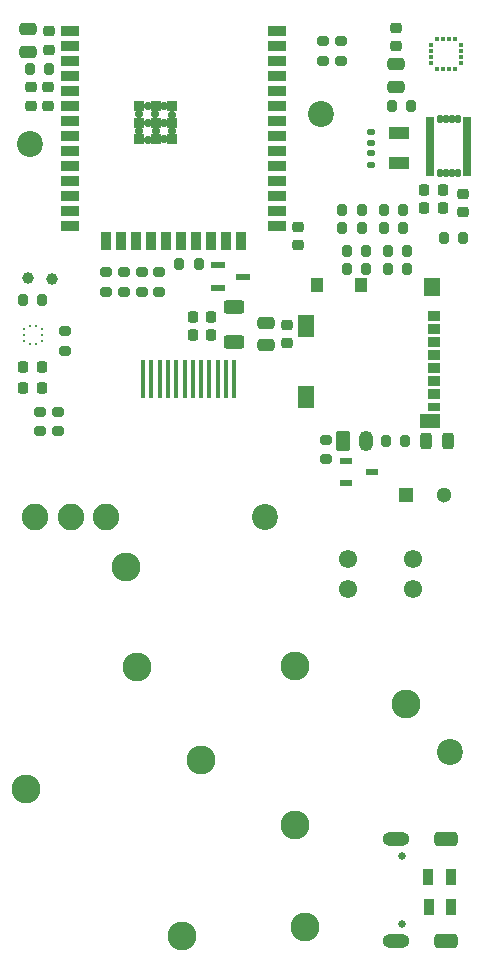
<source format=gbr>
%TF.GenerationSoftware,KiCad,Pcbnew,8.0.4*%
%TF.CreationDate,2024-08-24T14:44:17+02:00*%
%TF.ProjectId,BarbelMotionTracker-V1,42617262-656c-44d6-9f74-696f6e547261,rev?*%
%TF.SameCoordinates,PX7bfa480PY7735940*%
%TF.FileFunction,Soldermask,Top*%
%TF.FilePolarity,Negative*%
%FSLAX46Y46*%
G04 Gerber Fmt 4.6, Leading zero omitted, Abs format (unit mm)*
G04 Created by KiCad (PCBNEW 8.0.4) date 2024-08-24 14:44:17*
%MOMM*%
%LPD*%
G01*
G04 APERTURE LIST*
G04 Aperture macros list*
%AMRoundRect*
0 Rectangle with rounded corners*
0 $1 Rounding radius*
0 $2 $3 $4 $5 $6 $7 $8 $9 X,Y pos of 4 corners*
0 Add a 4 corners polygon primitive as box body*
4,1,4,$2,$3,$4,$5,$6,$7,$8,$9,$2,$3,0*
0 Add four circle primitives for the rounded corners*
1,1,$1+$1,$2,$3*
1,1,$1+$1,$4,$5*
1,1,$1+$1,$6,$7*
1,1,$1+$1,$8,$9*
0 Add four rect primitives between the rounded corners*
20,1,$1+$1,$2,$3,$4,$5,0*
20,1,$1+$1,$4,$5,$6,$7,0*
20,1,$1+$1,$6,$7,$8,$9,0*
20,1,$1+$1,$8,$9,$2,$3,0*%
G04 Aperture macros list end*
%ADD10RoundRect,0.200000X0.275000X-0.200000X0.275000X0.200000X-0.275000X0.200000X-0.275000X-0.200000X0*%
%ADD11C,1.000000*%
%ADD12R,0.900000X1.400000*%
%ADD13C,2.200000*%
%ADD14RoundRect,0.200000X-0.200000X-0.275000X0.200000X-0.275000X0.200000X0.275000X-0.200000X0.275000X0*%
%ADD15RoundRect,0.200000X0.200000X0.275000X-0.200000X0.275000X-0.200000X-0.275000X0.200000X-0.275000X0*%
%ADD16RoundRect,0.225000X0.225000X0.250000X-0.225000X0.250000X-0.225000X-0.250000X0.225000X-0.250000X0*%
%ADD17RoundRect,0.225000X0.250000X-0.225000X0.250000X0.225000X-0.250000X0.225000X-0.250000X-0.225000X0*%
%ADD18RoundRect,0.200000X-0.275000X0.200000X-0.275000X-0.200000X0.275000X-0.200000X0.275000X0.200000X0*%
%ADD19C,1.550000*%
%ADD20RoundRect,0.140000X0.170000X-0.140000X0.170000X0.140000X-0.170000X0.140000X-0.170000X-0.140000X0*%
%ADD21RoundRect,0.140000X-0.170000X0.140000X-0.170000X-0.140000X0.170000X-0.140000X0.170000X0.140000X0*%
%ADD22RoundRect,0.225000X-0.250000X0.225000X-0.250000X-0.225000X0.250000X-0.225000X0.250000X0.225000X0*%
%ADD23R,1.800000X1.000000*%
%ADD24R,0.250000X0.275000*%
%ADD25R,0.275000X0.250000*%
%ADD26R,0.350000X3.200000*%
%ADD27R,1.500000X0.900000*%
%ADD28R,0.900000X1.500000*%
%ADD29R,0.900000X0.900000*%
%ADD30C,0.700000*%
%ADD31C,2.250000*%
%ADD32RoundRect,0.250000X0.475000X-0.250000X0.475000X0.250000X-0.475000X0.250000X-0.475000X-0.250000X0*%
%ADD33RoundRect,0.250000X0.625000X-0.312500X0.625000X0.312500X-0.625000X0.312500X-0.625000X-0.312500X0*%
%ADD34RoundRect,0.225000X-0.225000X-0.250000X0.225000X-0.250000X0.225000X0.250000X-0.225000X0.250000X0*%
%ADD35RoundRect,0.243750X-0.243750X-0.456250X0.243750X-0.456250X0.243750X0.456250X-0.243750X0.456250X0*%
%ADD36R,1.300000X1.300000*%
%ADD37C,1.300000*%
%ADD38R,1.250000X0.600000*%
%ADD39C,2.450000*%
%ADD40R,0.300000X0.450000*%
%ADD41R,0.450000X0.300000*%
%ADD42RoundRect,0.102000X0.262500X-0.150000X0.262500X0.150000X-0.262500X0.150000X-0.262500X-0.150000X0*%
%ADD43RoundRect,0.102000X0.150000X-0.212500X0.150000X0.212500X-0.150000X0.212500X-0.150000X-0.212500X0*%
%ADD44R,1.100000X0.600000*%
%ADD45R,1.100000X0.850000*%
%ADD46R,1.100000X0.750000*%
%ADD47R,1.800000X1.170000*%
%ADD48R,1.350000X1.900000*%
%ADD49R,1.000000X1.200000*%
%ADD50R,1.350000X1.550000*%
%ADD51RoundRect,0.250000X-0.350000X-0.625000X0.350000X-0.625000X0.350000X0.625000X-0.350000X0.625000X0*%
%ADD52O,1.200000X1.750000*%
%ADD53C,0.650000*%
%ADD54O,2.304000X1.204000*%
%ADD55RoundRect,0.301000X-0.701000X0.301000X-0.701000X-0.301000X0.701000X-0.301000X0.701000X0.301000X0*%
G04 APERTURE END LIST*
D10*
%TO.C,R25*%
X11500000Y56675000D03*
X11500000Y58325000D03*
%TD*%
D11*
%TO.C,TP5*%
X1850000Y57800000D03*
%TD*%
D12*
%TO.C,LED2*%
X35800000Y4600000D03*
X37700000Y4600000D03*
%TD*%
D13*
%TO.C,H2*%
X26700000Y71700000D03*
%TD*%
D14*
%TO.C,R3*%
X2037500Y75500000D03*
X3687500Y75500000D03*
%TD*%
D15*
%TO.C,R28*%
X30500000Y58600000D03*
X28850000Y58600000D03*
%TD*%
D14*
%TO.C,R31*%
X31975000Y63600000D03*
X33625000Y63600000D03*
%TD*%
D16*
%TO.C,C29*%
X36975000Y63800000D03*
X35425000Y63800000D03*
%TD*%
D17*
%TO.C,C21*%
X23800000Y52325000D03*
X23800000Y53875000D03*
%TD*%
D18*
%TO.C,R50*%
X27100000Y44125000D03*
X27100000Y42475000D03*
%TD*%
D15*
%TO.C,R48*%
X38725000Y61200000D03*
X37075000Y61200000D03*
%TD*%
D10*
%TO.C,R36*%
X26850000Y76225000D03*
X26850000Y77875000D03*
%TD*%
D19*
%TO.C,IC9*%
X34500000Y31500000D03*
X34500000Y34040000D03*
X29000000Y34040000D03*
X29000000Y31500000D03*
%TD*%
D20*
%TO.C,C32*%
X30900000Y67420000D03*
X30900000Y68380000D03*
%TD*%
D21*
%TO.C,C33*%
X30900000Y70230000D03*
X30900000Y69270000D03*
%TD*%
D22*
%TO.C,C34*%
X2087500Y73975000D03*
X2087500Y72425000D03*
%TD*%
D23*
%TO.C,Y1*%
X33300000Y67600000D03*
X33300000Y70100000D03*
%TD*%
D12*
%TO.C,LED1*%
X35700000Y7100000D03*
X37700000Y7100000D03*
%TD*%
D15*
%TO.C,R39*%
X33825000Y44000000D03*
X32175000Y44000000D03*
%TD*%
D10*
%TO.C,R37*%
X28350000Y76225000D03*
X28350000Y77875000D03*
%TD*%
D24*
%TO.C,IC6*%
X2012000Y52237000D03*
X2512000Y52237000D03*
D25*
X3024000Y52500000D03*
X3024000Y53000000D03*
X3024000Y53500000D03*
D24*
X2512000Y53763000D03*
X2012000Y53763000D03*
D25*
X1500000Y53500000D03*
X1500000Y53000000D03*
X1500000Y52500000D03*
%TD*%
D22*
%TO.C,C28*%
X33000000Y79000000D03*
X33000000Y77450000D03*
%TD*%
D26*
%TO.C,DISP1*%
X19325000Y49275000D03*
X18625000Y49275000D03*
X17925000Y49275000D03*
X17225000Y49275000D03*
X16525000Y49275000D03*
X15825000Y49275000D03*
X15125000Y49275000D03*
X14425000Y49275000D03*
X13725000Y49275000D03*
X13025000Y49275000D03*
X12325000Y49275000D03*
X11625000Y49275000D03*
%TD*%
D27*
%TO.C,U1*%
X5450000Y78710000D03*
X5450000Y77440000D03*
X5450000Y76170000D03*
X5450000Y74900000D03*
X5450000Y73630000D03*
X5450000Y72360000D03*
X5450000Y71090000D03*
X5450000Y69820000D03*
X5450000Y68550000D03*
X5450000Y67280000D03*
X5450000Y66010000D03*
X5450000Y64740000D03*
X5450000Y63470000D03*
X5450000Y62200000D03*
D28*
X8485000Y60950000D03*
X9755000Y60950000D03*
X11025000Y60950000D03*
X12295000Y60950000D03*
X13565000Y60950000D03*
X14835000Y60950000D03*
X16105000Y60950000D03*
X17375000Y60950000D03*
X18645000Y60950000D03*
X19915000Y60950000D03*
D27*
X22950000Y62200000D03*
X22950000Y63470000D03*
X22950000Y64740000D03*
X22950000Y66010000D03*
X22950000Y67280000D03*
X22950000Y68550000D03*
X22950000Y69820000D03*
X22950000Y71090000D03*
X22950000Y72360000D03*
X22950000Y73630000D03*
X22950000Y74900000D03*
X22950000Y76170000D03*
X22950000Y77440000D03*
X22950000Y78710000D03*
D29*
X11300000Y72390000D03*
D30*
X11300000Y71700000D03*
D29*
X11300000Y70990000D03*
D30*
X11300000Y70300000D03*
D29*
X11300000Y69590000D03*
D30*
X12000000Y72400000D03*
X12000000Y70950000D03*
X12000000Y69550000D03*
X12650000Y71700000D03*
D29*
X12700000Y72390000D03*
X12700000Y70990000D03*
D30*
X12700000Y70300000D03*
D29*
X12700000Y69590000D03*
D30*
X13400000Y72400000D03*
X13400000Y71000000D03*
X13400000Y69590000D03*
D29*
X14100000Y72390000D03*
D30*
X14100000Y71650000D03*
D29*
X14100000Y70990000D03*
D30*
X14100000Y70300000D03*
D29*
X14100000Y69590000D03*
%TD*%
D31*
%TO.C,SW1*%
X8500000Y37600000D03*
X5500000Y37600000D03*
X2500000Y37600000D03*
%TD*%
D13*
%TO.C,H4*%
X2000000Y69200000D03*
%TD*%
D14*
%TO.C,R27*%
X28475000Y62100000D03*
X30125000Y62100000D03*
%TD*%
D32*
%TO.C,C2*%
X1887500Y77000000D03*
X1887500Y78900000D03*
%TD*%
D33*
%TO.C,R14*%
X19300000Y52437500D03*
X19300000Y55362500D03*
%TD*%
D13*
%TO.C,H3*%
X37600000Y17700000D03*
%TD*%
D14*
%TO.C,R26*%
X28475000Y63600000D03*
X30125000Y63600000D03*
%TD*%
D22*
%TO.C,C30*%
X38700000Y64975000D03*
X38700000Y63425000D03*
%TD*%
D32*
%TO.C,C20*%
X22000000Y52150000D03*
X22000000Y54050000D03*
%TD*%
D34*
%TO.C,C22*%
X1475000Y50263000D03*
X3025000Y50263000D03*
%TD*%
D32*
%TO.C,C27*%
X33000000Y74050000D03*
X33000000Y75950000D03*
%TD*%
D22*
%TO.C,C3*%
X3587500Y73975000D03*
X3587500Y72425000D03*
%TD*%
D14*
%TO.C,R15*%
X14675000Y59000000D03*
X16325000Y59000000D03*
%TD*%
D18*
%TO.C,R34*%
X4400000Y46525000D03*
X4400000Y44875000D03*
%TD*%
D16*
%TO.C,C31*%
X36975000Y65300000D03*
X35425000Y65300000D03*
%TD*%
D15*
%TO.C,R29*%
X30500000Y60100000D03*
X28850000Y60100000D03*
%TD*%
D16*
%TO.C,C12*%
X17400000Y54510000D03*
X15850000Y54510000D03*
%TD*%
D11*
%TO.C,TP3*%
X3900000Y57750000D03*
%TD*%
D17*
%TO.C,C1*%
X3687500Y77175000D03*
X3687500Y78725000D03*
%TD*%
D10*
%TO.C,R35*%
X2900000Y44875000D03*
X2900000Y46525000D03*
%TD*%
D35*
%TO.C,D1*%
X35562500Y44000000D03*
X37437500Y44000000D03*
%TD*%
D18*
%TO.C,R49*%
X13000000Y58325000D03*
X13000000Y56675000D03*
%TD*%
D22*
%TO.C,C35*%
X24750000Y62175000D03*
X24750000Y60625000D03*
%TD*%
D34*
%TO.C,C23*%
X1475000Y48500000D03*
X3025000Y48500000D03*
%TD*%
D10*
%TO.C,R18*%
X8500000Y56675000D03*
X8500000Y58325000D03*
%TD*%
D13*
%TO.C,H1*%
X21900000Y37600000D03*
%TD*%
D36*
%TO.C,U3*%
X33900000Y39500000D03*
D37*
X37100000Y39500000D03*
%TD*%
D15*
%TO.C,R42*%
X3075000Y56000000D03*
X1425000Y56000000D03*
%TD*%
D38*
%TO.C,Q3*%
X18000000Y58910000D03*
X18000000Y57000000D03*
X20100000Y57955000D03*
%TD*%
D15*
%TO.C,R30*%
X33625000Y62100000D03*
X31975000Y62100000D03*
%TD*%
D14*
%TO.C,R33*%
X32350000Y60100000D03*
X34000000Y60100000D03*
%TD*%
%TO.C,R32*%
X32350000Y58600000D03*
X34000000Y58600000D03*
%TD*%
D16*
%TO.C,C11*%
X17400000Y53000000D03*
X15850000Y53000000D03*
%TD*%
D39*
%TO.C,ENC1*%
X14900000Y2100000D03*
X25300000Y2900000D03*
X24500000Y11500000D03*
X16500000Y17000000D03*
X33900000Y21800000D03*
X24500000Y25000000D03*
X11100000Y24900000D03*
X1700000Y14600000D03*
X10200000Y33400000D03*
%TD*%
D40*
%TO.C,IC8*%
X38000000Y78050000D03*
X37500000Y78050000D03*
X37000000Y78050000D03*
X36500000Y78050000D03*
D41*
X35975000Y77525000D03*
X35975000Y77025000D03*
X35975000Y76525000D03*
X35975000Y76025000D03*
D40*
X36500000Y75500000D03*
X37000000Y75500000D03*
X37500000Y75500000D03*
X38000000Y75500000D03*
D41*
X38525000Y76025000D03*
X38525000Y76525000D03*
X38525000Y77025000D03*
X38525000Y77525000D03*
%TD*%
D10*
%TO.C,R17*%
X10000000Y56675000D03*
X10000000Y58325000D03*
%TD*%
D42*
%TO.C,U2*%
X35937500Y66750000D03*
D43*
X36750000Y66687500D03*
X37250000Y66687500D03*
X37750000Y66687500D03*
X38250000Y66687500D03*
D42*
X39062500Y66750000D03*
X39062500Y67250000D03*
X39062500Y67750000D03*
X39062500Y68250000D03*
X39062500Y68750000D03*
X39062500Y69250000D03*
X39062500Y69750000D03*
X39062500Y70250000D03*
X39062500Y70750000D03*
X39062500Y71250000D03*
D43*
X38250000Y71312500D03*
X37750000Y71312500D03*
X37250000Y71312500D03*
X36750000Y71312500D03*
D42*
X35937500Y71250000D03*
X35937500Y70750000D03*
X35937500Y70250000D03*
X35937500Y69750000D03*
X35937500Y69250000D03*
X35937500Y68750000D03*
X35937500Y68250000D03*
X35937500Y67750000D03*
X35937500Y67250000D03*
%TD*%
D18*
%TO.C,R46*%
X5000000Y53325000D03*
X5000000Y51675000D03*
%TD*%
D15*
%TO.C,R44*%
X34325000Y72400000D03*
X32675000Y72400000D03*
%TD*%
D44*
%TO.C,Q4*%
X28800000Y42350000D03*
X28800000Y40450000D03*
X31000000Y41400000D03*
%TD*%
D45*
%TO.C,J3*%
X36215820Y54605000D03*
X36215820Y53505000D03*
X36215820Y52405000D03*
X36215820Y51305000D03*
X36215820Y50205000D03*
X36215820Y49105000D03*
X36215820Y48005000D03*
D46*
X36215820Y46955000D03*
D47*
X35865820Y45745000D03*
D48*
X25390820Y47770000D03*
X25390820Y53740000D03*
D49*
X26365820Y57240000D03*
X30065820Y57240000D03*
D50*
X36090820Y57065000D03*
%TD*%
D51*
%TO.C,J4*%
X28500000Y44000000D03*
D52*
X30500000Y44000000D03*
%TD*%
D53*
%TO.C,J1*%
X33570000Y8890000D03*
X33570000Y3110000D03*
D54*
X33070000Y10320000D03*
X33070000Y1680000D03*
D55*
X37250000Y10320000D03*
X37250000Y1680000D03*
%TD*%
M02*

</source>
